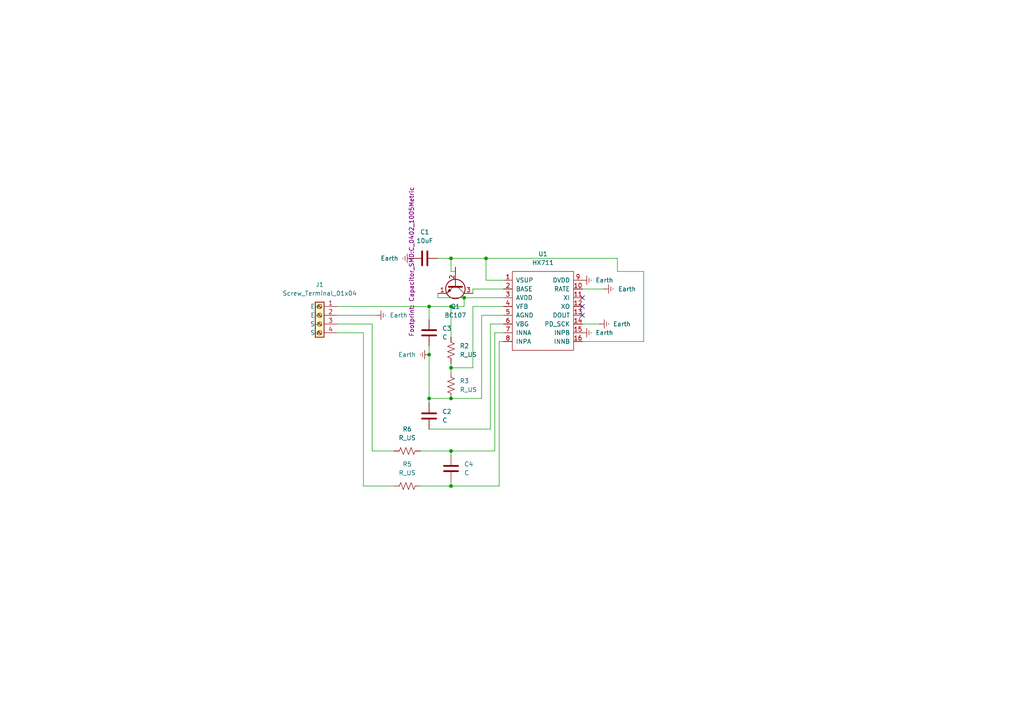
<source format=kicad_sch>
(kicad_sch
	(version 20231120)
	(generator "eeschema")
	(generator_version "8.0")
	(uuid "b4507c38-8f43-4e8d-8cae-083cef21e33f")
	(paper "A4")
	(lib_symbols
		(symbol "Device:C"
			(pin_numbers hide)
			(pin_names
				(offset 0.254)
			)
			(exclude_from_sim no)
			(in_bom yes)
			(on_board yes)
			(property "Reference" "C"
				(at 0.635 2.54 0)
				(effects
					(font
						(size 1.27 1.27)
					)
					(justify left)
				)
			)
			(property "Value" "C"
				(at 0.635 -2.54 0)
				(effects
					(font
						(size 1.27 1.27)
					)
					(justify left)
				)
			)
			(property "Footprint" ""
				(at 0.9652 -3.81 0)
				(effects
					(font
						(size 1.27 1.27)
					)
					(hide yes)
				)
			)
			(property "Datasheet" "~"
				(at 0 0 0)
				(effects
					(font
						(size 1.27 1.27)
					)
					(hide yes)
				)
			)
			(property "Description" "Unpolarized capacitor"
				(at 0 0 0)
				(effects
					(font
						(size 1.27 1.27)
					)
					(hide yes)
				)
			)
			(property "ki_keywords" "cap capacitor"
				(at 0 0 0)
				(effects
					(font
						(size 1.27 1.27)
					)
					(hide yes)
				)
			)
			(property "ki_fp_filters" "C_*"
				(at 0 0 0)
				(effects
					(font
						(size 1.27 1.27)
					)
					(hide yes)
				)
			)
			(symbol "C_0_1"
				(polyline
					(pts
						(xy -2.032 -0.762) (xy 2.032 -0.762)
					)
					(stroke
						(width 0.508)
						(type default)
					)
					(fill
						(type none)
					)
				)
				(polyline
					(pts
						(xy -2.032 0.762) (xy 2.032 0.762)
					)
					(stroke
						(width 0.508)
						(type default)
					)
					(fill
						(type none)
					)
				)
			)
			(symbol "C_1_1"
				(pin passive line
					(at 0 3.81 270)
					(length 2.794)
					(name "~"
						(effects
							(font
								(size 1.27 1.27)
							)
						)
					)
					(number "1"
						(effects
							(font
								(size 1.27 1.27)
							)
						)
					)
				)
				(pin passive line
					(at 0 -3.81 90)
					(length 2.794)
					(name "~"
						(effects
							(font
								(size 1.27 1.27)
							)
						)
					)
					(number "2"
						(effects
							(font
								(size 1.27 1.27)
							)
						)
					)
				)
			)
		)
		(symbol "Device:R_US"
			(pin_numbers hide)
			(pin_names
				(offset 0)
			)
			(exclude_from_sim no)
			(in_bom yes)
			(on_board yes)
			(property "Reference" "R"
				(at 2.54 0 90)
				(effects
					(font
						(size 1.27 1.27)
					)
				)
			)
			(property "Value" "R_US"
				(at -2.54 0 90)
				(effects
					(font
						(size 1.27 1.27)
					)
				)
			)
			(property "Footprint" ""
				(at 1.016 -0.254 90)
				(effects
					(font
						(size 1.27 1.27)
					)
					(hide yes)
				)
			)
			(property "Datasheet" "~"
				(at 0 0 0)
				(effects
					(font
						(size 1.27 1.27)
					)
					(hide yes)
				)
			)
			(property "Description" "Resistor, US symbol"
				(at 0 0 0)
				(effects
					(font
						(size 1.27 1.27)
					)
					(hide yes)
				)
			)
			(property "ki_keywords" "R res resistor"
				(at 0 0 0)
				(effects
					(font
						(size 1.27 1.27)
					)
					(hide yes)
				)
			)
			(property "ki_fp_filters" "R_*"
				(at 0 0 0)
				(effects
					(font
						(size 1.27 1.27)
					)
					(hide yes)
				)
			)
			(symbol "R_US_0_1"
				(polyline
					(pts
						(xy 0 -2.286) (xy 0 -2.54)
					)
					(stroke
						(width 0)
						(type default)
					)
					(fill
						(type none)
					)
				)
				(polyline
					(pts
						(xy 0 2.286) (xy 0 2.54)
					)
					(stroke
						(width 0)
						(type default)
					)
					(fill
						(type none)
					)
				)
				(polyline
					(pts
						(xy 0 -0.762) (xy 1.016 -1.143) (xy 0 -1.524) (xy -1.016 -1.905) (xy 0 -2.286)
					)
					(stroke
						(width 0)
						(type default)
					)
					(fill
						(type none)
					)
				)
				(polyline
					(pts
						(xy 0 0.762) (xy 1.016 0.381) (xy 0 0) (xy -1.016 -0.381) (xy 0 -0.762)
					)
					(stroke
						(width 0)
						(type default)
					)
					(fill
						(type none)
					)
				)
				(polyline
					(pts
						(xy 0 2.286) (xy 1.016 1.905) (xy 0 1.524) (xy -1.016 1.143) (xy 0 0.762)
					)
					(stroke
						(width 0)
						(type default)
					)
					(fill
						(type none)
					)
				)
			)
			(symbol "R_US_1_1"
				(pin passive line
					(at 0 3.81 270)
					(length 1.27)
					(name "~"
						(effects
							(font
								(size 1.27 1.27)
							)
						)
					)
					(number "1"
						(effects
							(font
								(size 1.27 1.27)
							)
						)
					)
				)
				(pin passive line
					(at 0 -3.81 90)
					(length 1.27)
					(name "~"
						(effects
							(font
								(size 1.27 1.27)
							)
						)
					)
					(number "2"
						(effects
							(font
								(size 1.27 1.27)
							)
						)
					)
				)
			)
		)
		(symbol "Screw_Terminal_01x04_1"
			(pin_names
				(offset 1.016)
			)
			(exclude_from_sim no)
			(in_bom yes)
			(on_board yes)
			(property "Reference" "J1"
				(at 0 -11.43 0)
				(effects
					(font
						(size 1.27 1.27)
					)
				)
			)
			(property "Value" "Screw_Terminal_01x04"
				(at 0 -8.89 0)
				(effects
					(font
						(size 1.27 1.27)
					)
				)
			)
			(property "Footprint" ""
				(at 0 0 0)
				(effects
					(font
						(size 1.27 1.27)
					)
					(hide yes)
				)
			)
			(property "Datasheet" "~"
				(at 0 0 0)
				(effects
					(font
						(size 1.27 1.27)
					)
					(hide yes)
				)
			)
			(property "Description" "Generic screw terminal, single row, 01x04, script generated (kicad-library-utils/schlib/autogen/connector/)"
				(at 0 0 0)
				(effects
					(font
						(size 1.27 1.27)
					)
					(hide yes)
				)
			)
			(property "ki_keywords" "screw terminal"
				(at 0 0 0)
				(effects
					(font
						(size 1.27 1.27)
					)
					(hide yes)
				)
			)
			(property "ki_fp_filters" "TerminalBlock*:*"
				(at 0 0 0)
				(effects
					(font
						(size 1.27 1.27)
					)
					(hide yes)
				)
			)
			(symbol "Screw_Terminal_01x04_1_1_1"
				(rectangle
					(start -1.27 3.81)
					(end 1.27 -6.35)
					(stroke
						(width 0.254)
						(type default)
					)
					(fill
						(type background)
					)
				)
				(circle
					(center 0 -5.08)
					(radius 0.635)
					(stroke
						(width 0.1524)
						(type default)
					)
					(fill
						(type none)
					)
				)
				(circle
					(center 0 -2.54)
					(radius 0.635)
					(stroke
						(width 0.1524)
						(type default)
					)
					(fill
						(type none)
					)
				)
				(polyline
					(pts
						(xy -0.5334 -4.7498) (xy 0.3302 -5.588)
					)
					(stroke
						(width 0.1524)
						(type default)
					)
					(fill
						(type none)
					)
				)
				(polyline
					(pts
						(xy -0.5334 -2.2098) (xy 0.3302 -3.048)
					)
					(stroke
						(width 0.1524)
						(type default)
					)
					(fill
						(type none)
					)
				)
				(polyline
					(pts
						(xy -0.5334 0.3302) (xy 0.3302 -0.508)
					)
					(stroke
						(width 0.1524)
						(type default)
					)
					(fill
						(type none)
					)
				)
				(polyline
					(pts
						(xy -0.5334 2.8702) (xy 0.3302 2.032)
					)
					(stroke
						(width 0.1524)
						(type default)
					)
					(fill
						(type none)
					)
				)
				(polyline
					(pts
						(xy -0.3556 -4.572) (xy 0.508 -5.4102)
					)
					(stroke
						(width 0.1524)
						(type default)
					)
					(fill
						(type none)
					)
				)
				(polyline
					(pts
						(xy -0.3556 -2.032) (xy 0.508 -2.8702)
					)
					(stroke
						(width 0.1524)
						(type default)
					)
					(fill
						(type none)
					)
				)
				(polyline
					(pts
						(xy -0.3556 0.508) (xy 0.508 -0.3302)
					)
					(stroke
						(width 0.1524)
						(type default)
					)
					(fill
						(type none)
					)
				)
				(polyline
					(pts
						(xy -0.3556 3.048) (xy 0.508 2.2098)
					)
					(stroke
						(width 0.1524)
						(type default)
					)
					(fill
						(type none)
					)
				)
				(circle
					(center 0 0)
					(radius 0.635)
					(stroke
						(width 0.1524)
						(type default)
					)
					(fill
						(type none)
					)
				)
				(circle
					(center 0 2.54)
					(radius 0.635)
					(stroke
						(width 0.1524)
						(type default)
					)
					(fill
						(type none)
					)
				)
				(pin passive line
					(at -5.08 -5.08 0)
					(length 3.81)
					(name "E+"
						(effects
							(font
								(size 1.27 1.27)
							)
						)
					)
					(number "1"
						(effects
							(font
								(size 1.27 1.27)
							)
						)
					)
				)
				(pin passive line
					(at -5.08 -2.54 0)
					(length 3.81)
					(name "E-"
						(effects
							(font
								(size 1.27 1.27)
							)
						)
					)
					(number "2"
						(effects
							(font
								(size 1.27 1.27)
							)
						)
					)
				)
				(pin passive line
					(at -5.08 0 0)
					(length 3.81)
					(name "S-"
						(effects
							(font
								(size 1.27 1.27)
							)
						)
					)
					(number "3"
						(effects
							(font
								(size 1.27 1.27)
							)
						)
					)
				)
				(pin passive line
					(at -5.08 2.54 0)
					(length 3.81)
					(name "S+"
						(effects
							(font
								(size 1.27 1.27)
							)
						)
					)
					(number "4"
						(effects
							(font
								(size 1.27 1.27)
							)
						)
					)
				)
			)
		)
		(symbol "Transistor_BJT:BC107"
			(pin_names
				(offset 0) hide)
			(exclude_from_sim no)
			(in_bom yes)
			(on_board yes)
			(property "Reference" "Q"
				(at 5.08 1.905 0)
				(effects
					(font
						(size 1.27 1.27)
					)
					(justify left)
				)
			)
			(property "Value" "BC107"
				(at 5.08 0 0)
				(effects
					(font
						(size 1.27 1.27)
					)
					(justify left)
				)
			)
			(property "Footprint" "Package_TO_SOT_THT:TO-18-3"
				(at 5.08 -1.905 0)
				(effects
					(font
						(size 1.27 1.27)
						(italic yes)
					)
					(justify left)
					(hide yes)
				)
			)
			(property "Datasheet" "http://www.b-kainka.de/Daten/Transistor/BC108.pdf"
				(at 0 0 0)
				(effects
					(font
						(size 1.27 1.27)
					)
					(justify left)
					(hide yes)
				)
			)
			(property "Description" "0.1A Ic, 50V Vce, Low Noise General Purpose NPN Transistor, TO-18"
				(at 0 0 0)
				(effects
					(font
						(size 1.27 1.27)
					)
					(hide yes)
				)
			)
			(property "ki_keywords" "NPN low noise transistor"
				(at 0 0 0)
				(effects
					(font
						(size 1.27 1.27)
					)
					(hide yes)
				)
			)
			(property "ki_fp_filters" "TO?18*"
				(at 0 0 0)
				(effects
					(font
						(size 1.27 1.27)
					)
					(hide yes)
				)
			)
			(symbol "BC107_0_1"
				(polyline
					(pts
						(xy 0.635 0.635) (xy 2.54 2.54)
					)
					(stroke
						(width 0)
						(type default)
					)
					(fill
						(type none)
					)
				)
				(polyline
					(pts
						(xy 0.635 -0.635) (xy 2.54 -2.54) (xy 2.54 -2.54)
					)
					(stroke
						(width 0)
						(type default)
					)
					(fill
						(type none)
					)
				)
				(polyline
					(pts
						(xy 0.635 1.905) (xy 0.635 -1.905) (xy 0.635 -1.905)
					)
					(stroke
						(width 0.508)
						(type default)
					)
					(fill
						(type none)
					)
				)
				(polyline
					(pts
						(xy 1.27 -1.778) (xy 1.778 -1.27) (xy 2.286 -2.286) (xy 1.27 -1.778) (xy 1.27 -1.778)
					)
					(stroke
						(width 0)
						(type default)
					)
					(fill
						(type outline)
					)
				)
				(circle
					(center 1.27 0)
					(radius 2.8194)
					(stroke
						(width 0.254)
						(type default)
					)
					(fill
						(type none)
					)
				)
			)
			(symbol "BC107_1_1"
				(pin passive line
					(at 2.54 -5.08 90)
					(length 2.54)
					(name "E"
						(effects
							(font
								(size 1.27 1.27)
							)
						)
					)
					(number "1"
						(effects
							(font
								(size 1.27 1.27)
							)
						)
					)
				)
				(pin input line
					(at -5.08 0 0)
					(length 5.715)
					(name "B"
						(effects
							(font
								(size 1.27 1.27)
							)
						)
					)
					(number "2"
						(effects
							(font
								(size 1.27 1.27)
							)
						)
					)
				)
				(pin passive line
					(at 2.54 5.08 270)
					(length 2.54)
					(name "C"
						(effects
							(font
								(size 1.27 1.27)
							)
						)
					)
					(number "3"
						(effects
							(font
								(size 1.27 1.27)
							)
						)
					)
				)
			)
		)
		(symbol "power:Earth"
			(power)
			(pin_numbers hide)
			(pin_names
				(offset 0) hide)
			(exclude_from_sim no)
			(in_bom yes)
			(on_board yes)
			(property "Reference" "#PWR"
				(at 0 -6.35 0)
				(effects
					(font
						(size 1.27 1.27)
					)
					(hide yes)
				)
			)
			(property "Value" "Earth"
				(at 0 -3.81 0)
				(effects
					(font
						(size 1.27 1.27)
					)
				)
			)
			(property "Footprint" ""
				(at 0 0 0)
				(effects
					(font
						(size 1.27 1.27)
					)
					(hide yes)
				)
			)
			(property "Datasheet" "~"
				(at 0 0 0)
				(effects
					(font
						(size 1.27 1.27)
					)
					(hide yes)
				)
			)
			(property "Description" "Power symbol creates a global label with name \"Earth\""
				(at 0 0 0)
				(effects
					(font
						(size 1.27 1.27)
					)
					(hide yes)
				)
			)
			(property "ki_keywords" "global ground gnd"
				(at 0 0 0)
				(effects
					(font
						(size 1.27 1.27)
					)
					(hide yes)
				)
			)
			(symbol "Earth_0_1"
				(polyline
					(pts
						(xy -0.635 -1.905) (xy 0.635 -1.905)
					)
					(stroke
						(width 0)
						(type default)
					)
					(fill
						(type none)
					)
				)
				(polyline
					(pts
						(xy -0.127 -2.54) (xy 0.127 -2.54)
					)
					(stroke
						(width 0)
						(type default)
					)
					(fill
						(type none)
					)
				)
				(polyline
					(pts
						(xy 0 -1.27) (xy 0 0)
					)
					(stroke
						(width 0)
						(type default)
					)
					(fill
						(type none)
					)
				)
				(polyline
					(pts
						(xy 1.27 -1.27) (xy -1.27 -1.27)
					)
					(stroke
						(width 0)
						(type default)
					)
					(fill
						(type none)
					)
				)
			)
			(symbol "Earth_1_1"
				(pin power_in line
					(at 0 0 270)
					(length 0)
					(name "~"
						(effects
							(font
								(size 1.27 1.27)
							)
						)
					)
					(number "1"
						(effects
							(font
								(size 1.27 1.27)
							)
						)
					)
				)
			)
		)
		(symbol "syam pcbb:HX711"
			(pin_names
				(offset 1.016)
			)
			(exclude_from_sim no)
			(in_bom yes)
			(on_board yes)
			(property "Reference" "U"
				(at 44.958 -3.556 0)
				(effects
					(font
						(size 1.27 1.27)
					)
				)
			)
			(property "Value" "HX711"
				(at 54.864 -3.556 0)
				(effects
					(font
						(size 1.27 1.27)
					)
				)
			)
			(property "Footprint" "Package_SO:SOP-16_4.4x10.4mm_P1.27mm"
				(at 52.07 -1.524 0)
				(effects
					(font
						(size 1.27 1.27)
					)
					(hide yes)
				)
			)
			(property "Datasheet" ""
				(at 6.35 -3.81 0)
				(effects
					(font
						(size 1.27 1.27)
					)
					(hide yes)
				)
			)
			(property "Description" ""
				(at 6.35 -3.81 0)
				(effects
					(font
						(size 1.27 1.27)
					)
					(hide yes)
				)
			)
			(symbol "HX711_0_1"
				(rectangle
					(start 43.18 -5.08)
					(end 60.96 -27.94)
					(stroke
						(width 0)
						(type default)
					)
					(fill
						(type none)
					)
				)
			)
			(symbol "HX711_1_1"
				(pin power_in line
					(at 40.64 -7.62 0)
					(length 2.54)
					(name "VSUP"
						(effects
							(font
								(size 1.27 1.27)
							)
						)
					)
					(number "1"
						(effects
							(font
								(size 1.27 1.27)
							)
						)
					)
				)
				(pin input line
					(at 63.5 -10.16 180)
					(length 2.54)
					(name "RATE"
						(effects
							(font
								(size 1.27 1.27)
							)
						)
					)
					(number "10"
						(effects
							(font
								(size 1.27 1.27)
							)
						)
					)
				)
				(pin input line
					(at 63.5 -12.7 180)
					(length 2.54)
					(name "XI"
						(effects
							(font
								(size 1.27 1.27)
							)
						)
					)
					(number "11"
						(effects
							(font
								(size 1.27 1.27)
							)
						)
					)
				)
				(pin bidirectional line
					(at 63.5 -15.24 180)
					(length 2.54)
					(name "XO"
						(effects
							(font
								(size 1.27 1.27)
							)
						)
					)
					(number "12"
						(effects
							(font
								(size 1.27 1.27)
							)
						)
					)
				)
				(pin output line
					(at 63.5 -17.78 180)
					(length 2.54)
					(name "DOUT"
						(effects
							(font
								(size 1.27 1.27)
							)
						)
					)
					(number "13"
						(effects
							(font
								(size 1.27 1.27)
							)
						)
					)
				)
				(pin input line
					(at 63.5 -20.32 180)
					(length 2.54)
					(name "PD_SCK"
						(effects
							(font
								(size 1.27 1.27)
							)
						)
					)
					(number "14"
						(effects
							(font
								(size 1.27 1.27)
							)
						)
					)
				)
				(pin input line
					(at 63.5 -22.86 180)
					(length 2.54)
					(name "INPB"
						(effects
							(font
								(size 1.27 1.27)
							)
						)
					)
					(number "15"
						(effects
							(font
								(size 1.27 1.27)
							)
						)
					)
				)
				(pin input line
					(at 63.5 -25.4 180)
					(length 2.54)
					(name "INNB"
						(effects
							(font
								(size 1.27 1.27)
							)
						)
					)
					(number "16"
						(effects
							(font
								(size 1.27 1.27)
							)
						)
					)
				)
				(pin output line
					(at 40.64 -10.16 0)
					(length 2.54)
					(name "BASE"
						(effects
							(font
								(size 1.27 1.27)
							)
						)
					)
					(number "2"
						(effects
							(font
								(size 1.27 1.27)
							)
						)
					)
				)
				(pin power_in line
					(at 40.64 -12.7 0)
					(length 2.54)
					(name "AVDD"
						(effects
							(font
								(size 1.27 1.27)
							)
						)
					)
					(number "3"
						(effects
							(font
								(size 1.27 1.27)
							)
						)
					)
				)
				(pin input line
					(at 40.64 -15.24 0)
					(length 2.54)
					(name "VFB"
						(effects
							(font
								(size 1.27 1.27)
							)
						)
					)
					(number "4"
						(effects
							(font
								(size 1.27 1.27)
							)
						)
					)
				)
				(pin output line
					(at 40.64 -17.78 0)
					(length 2.54)
					(name "AGND"
						(effects
							(font
								(size 1.27 1.27)
							)
						)
					)
					(number "5"
						(effects
							(font
								(size 1.27 1.27)
							)
						)
					)
				)
				(pin output line
					(at 40.64 -20.32 0)
					(length 2.54)
					(name "VBG"
						(effects
							(font
								(size 1.27 1.27)
							)
						)
					)
					(number "6"
						(effects
							(font
								(size 1.27 1.27)
							)
						)
					)
				)
				(pin input line
					(at 40.64 -22.86 0)
					(length 2.54)
					(name "INNA"
						(effects
							(font
								(size 1.27 1.27)
							)
						)
					)
					(number "7"
						(effects
							(font
								(size 1.27 1.27)
							)
						)
					)
				)
				(pin input line
					(at 40.64 -25.4 0)
					(length 2.54)
					(name "INPA"
						(effects
							(font
								(size 1.27 1.27)
							)
						)
					)
					(number "8"
						(effects
							(font
								(size 1.27 1.27)
							)
						)
					)
				)
				(pin power_in line
					(at 63.5 -7.62 180)
					(length 2.54)
					(name "DVDD"
						(effects
							(font
								(size 1.27 1.27)
							)
						)
					)
					(number "9"
						(effects
							(font
								(size 1.27 1.27)
							)
						)
					)
				)
			)
		)
	)
	(junction
		(at 134.62 86.36)
		(diameter 0)
		(color 0 0 0 0)
		(uuid "07ff3b3f-9339-45fa-b25f-4f34cfc58af9")
	)
	(junction
		(at 130.81 115.57)
		(diameter 0)
		(color 0 0 0 0)
		(uuid "2444a5d9-d316-4b76-9fca-d554fe86eefb")
	)
	(junction
		(at 130.81 130.81)
		(diameter 0)
		(color 0 0 0 0)
		(uuid "36a2bb27-775a-41dd-b862-86842b8e0237")
	)
	(junction
		(at 124.46 102.87)
		(diameter 0)
		(color 0 0 0 0)
		(uuid "40be9271-da00-4896-bb84-7f844041cb05")
	)
	(junction
		(at 124.46 88.9)
		(diameter 0)
		(color 0 0 0 0)
		(uuid "56603263-5cb6-4366-87d5-f8f6fa5c67be")
	)
	(junction
		(at 130.81 74.93)
		(diameter 0)
		(color 0 0 0 0)
		(uuid "79745a3b-bfde-4102-adff-f882c57e8355")
	)
	(junction
		(at 124.46 115.57)
		(diameter 0)
		(color 0 0 0 0)
		(uuid "85b07855-b62e-465a-9914-8d465c0b2a3f")
	)
	(junction
		(at 130.81 106.68)
		(diameter 0)
		(color 0 0 0 0)
		(uuid "9bbc8c3a-0155-464c-96a1-7bf5c0cda026")
	)
	(junction
		(at 130.81 140.97)
		(diameter 0)
		(color 0 0 0 0)
		(uuid "9e70a17c-b7be-42e2-b957-42510475cdcd")
	)
	(junction
		(at 140.97 74.93)
		(diameter 0)
		(color 0 0 0 0)
		(uuid "ce6e0136-4900-4be0-b0ba-3fe89ba7195c")
	)
	(junction
		(at 130.81 88.9)
		(diameter 0)
		(color 0 0 0 0)
		(uuid "f8185d71-9a4a-483d-9033-6b77f0ceba12")
	)
	(no_connect
		(at 168.91 91.44)
		(uuid "0ccd7dec-61c5-4ee8-a402-d81572e55402")
	)
	(no_connect
		(at 168.91 88.9)
		(uuid "dcc66dcc-ff01-4225-8aae-e68daa14fa6b")
	)
	(no_connect
		(at 168.91 86.36)
		(uuid "fc509510-6cb2-4105-8803-185a1d915841")
	)
	(wire
		(pts
			(xy 142.24 124.46) (xy 124.46 124.46)
		)
		(stroke
			(width 0)
			(type default)
		)
		(uuid "09bc7e09-f139-4b9a-98f3-1463641dabbf")
	)
	(wire
		(pts
			(xy 146.05 91.44) (xy 139.7 91.44)
		)
		(stroke
			(width 0)
			(type default)
		)
		(uuid "0c033ada-ceca-46ac-8acb-2a044cfa8a9a")
	)
	(wire
		(pts
			(xy 173.99 93.98) (xy 168.91 93.98)
		)
		(stroke
			(width 0)
			(type default)
		)
		(uuid "0c395ad4-29c8-47f2-b002-ec55d70b5e04")
	)
	(wire
		(pts
			(xy 140.97 74.93) (xy 179.07 74.93)
		)
		(stroke
			(width 0)
			(type default)
		)
		(uuid "10081360-b1c9-4b6e-b787-4a60f1978a19")
	)
	(wire
		(pts
			(xy 137.16 106.68) (xy 130.81 106.68)
		)
		(stroke
			(width 0)
			(type default)
		)
		(uuid "1151db0c-3080-497c-ba88-a2f4445e48f7")
	)
	(wire
		(pts
			(xy 130.81 140.97) (xy 144.78 140.97)
		)
		(stroke
			(width 0)
			(type default)
		)
		(uuid "1c5df0c6-d097-4885-b1c5-7ef288645ead")
	)
	(wire
		(pts
			(xy 107.95 93.98) (xy 97.79 93.98)
		)
		(stroke
			(width 0)
			(type default)
		)
		(uuid "1f05669f-6966-461b-bb78-e27e25c98c6b")
	)
	(wire
		(pts
			(xy 186.69 78.74) (xy 179.07 78.74)
		)
		(stroke
			(width 0)
			(type default)
		)
		(uuid "2190e4fa-f2bc-4b42-9e71-35baf5d37d5f")
	)
	(wire
		(pts
			(xy 132.08 78.74) (xy 130.81 78.74)
		)
		(stroke
			(width 0)
			(type default)
		)
		(uuid "38aeff22-0994-4885-bf98-6eb4cbf20027")
	)
	(wire
		(pts
			(xy 139.7 91.44) (xy 139.7 115.57)
		)
		(stroke
			(width 0)
			(type default)
		)
		(uuid "3b7d4ea7-88aa-4ea6-a92b-1880bdecac3a")
	)
	(wire
		(pts
			(xy 105.41 140.97) (xy 105.41 96.52)
		)
		(stroke
			(width 0)
			(type default)
		)
		(uuid "428b18bf-a153-410f-b4d6-9753fab3af69")
	)
	(wire
		(pts
			(xy 137.16 83.82) (xy 137.16 85.09)
		)
		(stroke
			(width 0)
			(type default)
		)
		(uuid "4b376270-ee98-40be-a1ec-c038827cb296")
	)
	(wire
		(pts
			(xy 114.3 130.81) (xy 107.95 130.81)
		)
		(stroke
			(width 0)
			(type default)
		)
		(uuid "4ff98140-9e91-49e0-b8ca-c58c5a8f14d8")
	)
	(wire
		(pts
			(xy 175.26 83.82) (xy 168.91 83.82)
		)
		(stroke
			(width 0)
			(type default)
		)
		(uuid "532492b0-1722-4f9d-8249-d00d1cc4a182")
	)
	(wire
		(pts
			(xy 130.81 88.9) (xy 130.81 97.79)
		)
		(stroke
			(width 0)
			(type default)
		)
		(uuid "54dbedbc-ad3a-484a-a936-3752fbaaa5ef")
	)
	(wire
		(pts
			(xy 146.05 93.98) (xy 142.24 93.98)
		)
		(stroke
			(width 0)
			(type default)
		)
		(uuid "5976ba67-f1ac-481d-bcb7-da0b0e8d5e56")
	)
	(wire
		(pts
			(xy 121.92 130.81) (xy 130.81 130.81)
		)
		(stroke
			(width 0)
			(type default)
		)
		(uuid "5edd4b9f-1aad-4c9d-9dbf-bf4aef440a5e")
	)
	(wire
		(pts
			(xy 97.79 91.44) (xy 109.22 91.44)
		)
		(stroke
			(width 0)
			(type default)
		)
		(uuid "65127ffb-f1e7-4190-82e5-318f74ade646")
	)
	(wire
		(pts
			(xy 146.05 81.28) (xy 140.97 81.28)
		)
		(stroke
			(width 0)
			(type default)
		)
		(uuid "6769b19a-0838-4536-a216-a0dbbd82cb4a")
	)
	(wire
		(pts
			(xy 134.62 86.36) (xy 146.05 86.36)
		)
		(stroke
			(width 0)
			(type default)
		)
		(uuid "6e68c022-c22e-4751-82a7-2c4ad22f7dd1")
	)
	(wire
		(pts
			(xy 124.46 115.57) (xy 124.46 116.84)
		)
		(stroke
			(width 0)
			(type default)
		)
		(uuid "7d676065-16f3-41bf-a65c-f9b723827ada")
	)
	(wire
		(pts
			(xy 186.69 99.06) (xy 186.69 78.74)
		)
		(stroke
			(width 0)
			(type default)
		)
		(uuid "859bcff5-e9c4-435b-b08e-123c62206873")
	)
	(wire
		(pts
			(xy 114.3 140.97) (xy 105.41 140.97)
		)
		(stroke
			(width 0)
			(type default)
		)
		(uuid "8a1895ad-c3cc-4d1b-ba69-3302950915f3")
	)
	(wire
		(pts
			(xy 144.78 140.97) (xy 144.78 99.06)
		)
		(stroke
			(width 0)
			(type default)
		)
		(uuid "8a4e6939-9381-438b-8d66-900e31711d77")
	)
	(wire
		(pts
			(xy 144.78 99.06) (xy 146.05 99.06)
		)
		(stroke
			(width 0)
			(type default)
		)
		(uuid "8ebbcc84-68f7-46a8-b218-936a7b6f9fc9")
	)
	(wire
		(pts
			(xy 130.81 74.93) (xy 140.97 74.93)
		)
		(stroke
			(width 0)
			(type default)
		)
		(uuid "8ffc063b-37cc-4044-98f1-1603975dbcbc")
	)
	(wire
		(pts
			(xy 130.81 74.93) (xy 130.81 78.74)
		)
		(stroke
			(width 0)
			(type default)
		)
		(uuid "96a90552-2903-4ccd-a84f-ce13935bc987")
	)
	(wire
		(pts
			(xy 168.91 99.06) (xy 186.69 99.06)
		)
		(stroke
			(width 0)
			(type default)
		)
		(uuid "983f8768-a292-46d7-b8b8-02ed285e88c6")
	)
	(wire
		(pts
			(xy 134.62 86.36) (xy 134.62 88.9)
		)
		(stroke
			(width 0)
			(type default)
		)
		(uuid "9d01701c-8cc8-44b4-8216-ad4f857a1adc")
	)
	(wire
		(pts
			(xy 127 86.36) (xy 134.62 86.36)
		)
		(stroke
			(width 0)
			(type default)
		)
		(uuid "9d16d4f0-b879-4ecf-b589-af801c86fc84")
	)
	(wire
		(pts
			(xy 127 85.09) (xy 127 86.36)
		)
		(stroke
			(width 0)
			(type default)
		)
		(uuid "9dbb6f0e-be57-4799-8d5f-50d5e29a6bbd")
	)
	(wire
		(pts
			(xy 124.46 88.9) (xy 124.46 92.71)
		)
		(stroke
			(width 0)
			(type default)
		)
		(uuid "a91efb79-9583-4491-a1f0-bc14ecb29d0f")
	)
	(wire
		(pts
			(xy 139.7 115.57) (xy 130.81 115.57)
		)
		(stroke
			(width 0)
			(type default)
		)
		(uuid "a9d4222a-db4c-4d6a-acd8-798487b8b99e")
	)
	(wire
		(pts
			(xy 124.46 100.33) (xy 124.46 102.87)
		)
		(stroke
			(width 0)
			(type default)
		)
		(uuid "ad2a866b-480e-4b0a-a388-9a904d9d2407")
	)
	(wire
		(pts
			(xy 143.51 96.52) (xy 146.05 96.52)
		)
		(stroke
			(width 0)
			(type default)
		)
		(uuid "b03bb2a6-fe27-4175-b48b-962fe1d46fda")
	)
	(wire
		(pts
			(xy 124.46 102.87) (xy 124.46 115.57)
		)
		(stroke
			(width 0)
			(type default)
		)
		(uuid "b1fd75db-7f0b-41a4-8886-e24ba7581156")
	)
	(wire
		(pts
			(xy 130.81 106.68) (xy 130.81 107.95)
		)
		(stroke
			(width 0)
			(type default)
		)
		(uuid "b4b04fd1-d988-420c-a9d6-455b36628a9c")
	)
	(wire
		(pts
			(xy 137.16 88.9) (xy 137.16 106.68)
		)
		(stroke
			(width 0)
			(type default)
		)
		(uuid "b4e45001-3b91-4a36-a3f4-696d8a181979")
	)
	(wire
		(pts
			(xy 130.81 139.7) (xy 130.81 140.97)
		)
		(stroke
			(width 0)
			(type default)
		)
		(uuid "ba303646-2192-41f1-aeba-b0c27b00cf18")
	)
	(wire
		(pts
			(xy 140.97 74.93) (xy 140.97 81.28)
		)
		(stroke
			(width 0)
			(type default)
		)
		(uuid "bad823b9-e7eb-49bc-8707-a89416c2abc0")
	)
	(wire
		(pts
			(xy 130.81 115.57) (xy 124.46 115.57)
		)
		(stroke
			(width 0)
			(type default)
		)
		(uuid "bc97f657-19ed-4a6c-bbab-457e6fc1b2af")
	)
	(wire
		(pts
			(xy 130.81 105.41) (xy 130.81 106.68)
		)
		(stroke
			(width 0)
			(type default)
		)
		(uuid "c2349b1c-5ecb-4784-9fdf-23ee6d02e13b")
	)
	(wire
		(pts
			(xy 124.46 88.9) (xy 130.81 88.9)
		)
		(stroke
			(width 0)
			(type default)
		)
		(uuid "c4c6370e-63f7-4bc0-950c-8af787dd2b7f")
	)
	(wire
		(pts
			(xy 132.08 77.47) (xy 132.08 78.74)
		)
		(stroke
			(width 0)
			(type default)
		)
		(uuid "c4f06975-88cb-43da-908c-2a1cefb43f66")
	)
	(wire
		(pts
			(xy 107.95 130.81) (xy 107.95 93.98)
		)
		(stroke
			(width 0)
			(type default)
		)
		(uuid "cb7b7ec7-281c-4f1a-aeee-cc3431fd04f5")
	)
	(wire
		(pts
			(xy 127 74.93) (xy 130.81 74.93)
		)
		(stroke
			(width 0)
			(type default)
		)
		(uuid "cc6ba3e9-9d18-4368-b6ad-aedff8b4aa10")
	)
	(wire
		(pts
			(xy 124.46 88.9) (xy 97.79 88.9)
		)
		(stroke
			(width 0)
			(type default)
		)
		(uuid "d1c57465-f70a-40f5-bf93-b0466e1e2306")
	)
	(wire
		(pts
			(xy 121.92 140.97) (xy 130.81 140.97)
		)
		(stroke
			(width 0)
			(type default)
		)
		(uuid "d3e0aaa3-0a18-4990-8f59-a92c804122c6")
	)
	(wire
		(pts
			(xy 105.41 96.52) (xy 97.79 96.52)
		)
		(stroke
			(width 0)
			(type default)
		)
		(uuid "da847023-9dc6-48cf-8feb-c85b9f7d830f")
	)
	(wire
		(pts
			(xy 137.16 88.9) (xy 146.05 88.9)
		)
		(stroke
			(width 0)
			(type default)
		)
		(uuid "de3d3d90-69a8-4f7e-b629-8f6c9595abdb")
	)
	(wire
		(pts
			(xy 130.81 88.9) (xy 134.62 88.9)
		)
		(stroke
			(width 0)
			(type default)
		)
		(uuid "e2d1bc2f-6e39-4750-9df6-55c22e218c52")
	)
	(wire
		(pts
			(xy 179.07 74.93) (xy 179.07 78.74)
		)
		(stroke
			(width 0)
			(type default)
		)
		(uuid "e7c9ac8a-15a8-4066-83a2-76a0a666b2fc")
	)
	(wire
		(pts
			(xy 137.16 83.82) (xy 146.05 83.82)
		)
		(stroke
			(width 0)
			(type default)
		)
		(uuid "eb0f0804-cd10-486a-949e-b58bfbcaa9a8")
	)
	(wire
		(pts
			(xy 130.81 130.81) (xy 130.81 132.08)
		)
		(stroke
			(width 0)
			(type default)
		)
		(uuid "ed4b6545-7f29-4a6b-a967-a0496e9463ee")
	)
	(wire
		(pts
			(xy 130.81 130.81) (xy 143.51 130.81)
		)
		(stroke
			(width 0)
			(type default)
		)
		(uuid "ee5b61c1-ae79-4172-a834-3f2d0ea3aa5d")
	)
	(wire
		(pts
			(xy 142.24 93.98) (xy 142.24 124.46)
		)
		(stroke
			(width 0)
			(type default)
		)
		(uuid "f7b1cae3-1766-4c8e-9b86-16ef3b0ff991")
	)
	(wire
		(pts
			(xy 143.51 130.81) (xy 143.51 96.52)
		)
		(stroke
			(width 0)
			(type default)
		)
		(uuid "f8c3b17a-66b1-4d49-91e9-140ab9e2d4f5")
	)
	(symbol
		(lib_id "Device:R_US")
		(at 130.81 111.76 0)
		(unit 1)
		(exclude_from_sim no)
		(in_bom yes)
		(on_board yes)
		(dnp no)
		(fields_autoplaced yes)
		(uuid "1c81e3dd-6645-4e01-a83d-648da17e9e13")
		(property "Reference" "R3"
			(at 133.35 110.4899 0)
			(effects
				(font
					(size 1.27 1.27)
				)
				(justify left)
			)
		)
		(property "Value" "R_US"
			(at 133.35 113.0299 0)
			(effects
				(font
					(size 1.27 1.27)
				)
				(justify left)
			)
		)
		(property "Footprint" "Resistor_SMD:R_0201_0603Metric"
			(at 131.826 112.014 90)
			(effects
				(font
					(size 1.27 1.27)
				)
				(hide yes)
			)
		)
		(property "Datasheet" "~"
			(at 130.81 111.76 0)
			(effects
				(font
					(size 1.27 1.27)
				)
				(hide yes)
			)
		)
		(property "Description" "Resistor, US symbol"
			(at 130.81 111.76 0)
			(effects
				(font
					(size 1.27 1.27)
				)
				(hide yes)
			)
		)
		(pin "2"
			(uuid "40307650-f3aa-4380-99cc-7be88137818b")
		)
		(pin "1"
			(uuid "07e3811f-3f92-46f9-9bed-2931977d9be3")
		)
		(instances
			(project ""
				(path "/b4507c38-8f43-4e8d-8cae-083cef21e33f"
					(reference "R3")
					(unit 1)
				)
			)
		)
	)
	(symbol
		(lib_id "power:Earth")
		(at 109.22 91.44 90)
		(unit 1)
		(exclude_from_sim no)
		(in_bom yes)
		(on_board yes)
		(dnp no)
		(fields_autoplaced yes)
		(uuid "29beecf2-c4f0-48b2-8d52-c0c398e93403")
		(property "Reference" "#PWR05"
			(at 115.57 91.44 0)
			(effects
				(font
					(size 1.27 1.27)
				)
				(hide yes)
			)
		)
		(property "Value" "Earth"
			(at 113.03 91.4399 90)
			(effects
				(font
					(size 1.27 1.27)
				)
				(justify right)
			)
		)
		(property "Footprint" ""
			(at 109.22 91.44 0)
			(effects
				(font
					(size 1.27 1.27)
				)
				(hide yes)
			)
		)
		(property "Datasheet" "~"
			(at 109.22 91.44 0)
			(effects
				(font
					(size 1.27 1.27)
				)
				(hide yes)
			)
		)
		(property "Description" "Power symbol creates a global label with name \"Earth\""
			(at 109.22 91.44 0)
			(effects
				(font
					(size 1.27 1.27)
				)
				(hide yes)
			)
		)
		(pin "1"
			(uuid "dba0e71a-1684-4e4f-bbbe-3e8cd93d53a7")
		)
		(instances
			(project "HX_711"
				(path "/b4507c38-8f43-4e8d-8cae-083cef21e33f"
					(reference "#PWR05")
					(unit 1)
				)
			)
		)
	)
	(symbol
		(lib_id "Transistor_BJT:BC107")
		(at 132.08 82.55 270)
		(unit 1)
		(exclude_from_sim no)
		(in_bom yes)
		(on_board yes)
		(dnp no)
		(fields_autoplaced yes)
		(uuid "55867084-a798-4849-9974-19c69ac9cec3")
		(property "Reference" "Q1"
			(at 132.08 88.9 90)
			(effects
				(font
					(size 1.27 1.27)
				)
			)
		)
		(property "Value" "BC107"
			(at 132.08 91.44 90)
			(effects
				(font
					(size 1.27 1.27)
				)
			)
		)
		(property "Footprint" "Package_TO_SOT_THT:TO-18-3"
			(at 130.175 87.63 0)
			(effects
				(font
					(size 1.27 1.27)
					(italic yes)
				)
				(justify left)
				(hide yes)
			)
		)
		(property "Datasheet" "http://www.b-kainka.de/Daten/Transistor/BC108.pdf"
			(at 132.08 82.55 0)
			(effects
				(font
					(size 1.27 1.27)
				)
				(justify left)
				(hide yes)
			)
		)
		(property "Description" "0.1A Ic, 50V Vce, Low Noise General Purpose NPN Transistor, TO-18"
			(at 132.08 82.55 0)
			(effects
				(font
					(size 1.27 1.27)
				)
				(hide yes)
			)
		)
		(pin "3"
			(uuid "e1ae9593-39bf-4be9-9773-b98957954217")
		)
		(pin "1"
			(uuid "1dbb8b36-c975-4120-b92f-50ef4d001732")
		)
		(pin "2"
			(uuid "450eb4a7-b7f1-45b9-b771-3f6476bb03fb")
		)
		(instances
			(project ""
				(path "/b4507c38-8f43-4e8d-8cae-083cef21e33f"
					(reference "Q1")
					(unit 1)
				)
			)
		)
	)
	(symbol
		(lib_id "syam pcbb:HX711")
		(at 105.41 73.66 0)
		(unit 1)
		(exclude_from_sim no)
		(in_bom yes)
		(on_board yes)
		(dnp no)
		(fields_autoplaced yes)
		(uuid "650edc08-73c8-4154-920c-dcc87a71376e")
		(property "Reference" "U1"
			(at 157.48 73.66 0)
			(effects
				(font
					(size 1.27 1.27)
				)
			)
		)
		(property "Value" "HX711"
			(at 157.48 76.2 0)
			(effects
				(font
					(size 1.27 1.27)
				)
			)
		)
		(property "Footprint" "syam pcbbb:HX7111"
			(at 157.48 75.184 0)
			(effects
				(font
					(size 1.27 1.27)
				)
				(hide yes)
			)
		)
		(property "Datasheet" ""
			(at 111.76 77.47 0)
			(effects
				(font
					(size 1.27 1.27)
				)
				(hide yes)
			)
		)
		(property "Description" ""
			(at 111.76 77.47 0)
			(effects
				(font
					(size 1.27 1.27)
				)
				(hide yes)
			)
		)
		(pin "15"
			(uuid "fc102faa-a915-4cf5-bf65-6048dd7e993d")
		)
		(pin "9"
			(uuid "84368093-2dff-4ebc-b2d9-4bbf7793d64c")
		)
		(pin "10"
			(uuid "81a655e9-0d38-43e7-a759-f2af3160933c")
		)
		(pin "13"
			(uuid "cbc8ccdc-33f0-4f54-9c87-3fae26cbbf8e")
		)
		(pin "6"
			(uuid "5d6801ed-dbb7-482c-8cf2-d1065d522ef7")
		)
		(pin "3"
			(uuid "2e1eeab7-f614-48f2-a533-6f86f17aad50")
		)
		(pin "11"
			(uuid "1cd11602-5c07-4769-8344-b2c686c030c7")
		)
		(pin "14"
			(uuid "791232e2-01ff-4482-90b8-655eb446e4e7")
		)
		(pin "8"
			(uuid "f186df63-8466-45b9-b45e-6e3fb0daaac7")
		)
		(pin "7"
			(uuid "e63018b6-008a-4d72-9328-feb0d64407e1")
		)
		(pin "4"
			(uuid "51c63977-3938-43f8-9fa0-68c09748f5e1")
		)
		(pin "1"
			(uuid "5537fbb7-0c2d-40de-9232-277614a21909")
		)
		(pin "2"
			(uuid "753c964d-60de-4e03-bdcb-19b38b81e212")
		)
		(pin "5"
			(uuid "0d63b358-b49e-4af2-abbe-f0c755e2d656")
		)
		(pin "16"
			(uuid "d066c9c1-00e7-4695-ab48-4c907b082584")
		)
		(pin "12"
			(uuid "2198b176-7099-4a55-847f-cc2e5adce724")
		)
		(instances
			(project ""
				(path "/b4507c38-8f43-4e8d-8cae-083cef21e33f"
					(reference "U1")
					(unit 1)
				)
			)
		)
	)
	(symbol
		(lib_id "Device:R_US")
		(at 118.11 140.97 90)
		(unit 1)
		(exclude_from_sim no)
		(in_bom yes)
		(on_board yes)
		(dnp no)
		(fields_autoplaced yes)
		(uuid "80ee5d16-e82d-4f3f-832d-b999a2fe2037")
		(property "Reference" "R5"
			(at 118.11 134.62 90)
			(effects
				(font
					(size 1.27 1.27)
				)
			)
		)
		(property "Value" "R_US"
			(at 118.11 137.16 90)
			(effects
				(font
					(size 1.27 1.27)
				)
			)
		)
		(property "Footprint" "Resistor_SMD:R_0201_0603Metric"
			(at 118.364 139.954 90)
			(effects
				(font
					(size 1.27 1.27)
				)
				(hide yes)
			)
		)
		(property "Datasheet" "~"
			(at 118.11 140.97 0)
			(effects
				(font
					(size 1.27 1.27)
				)
				(hide yes)
			)
		)
		(property "Description" "Resistor, US symbol"
			(at 118.11 140.97 0)
			(effects
				(font
					(size 1.27 1.27)
				)
				(hide yes)
			)
		)
		(pin "2"
			(uuid "40307650-f3aa-4380-99cc-7be88137818c")
		)
		(pin "1"
			(uuid "07e3811f-3f92-46f9-9bed-2931977d9be4")
		)
		(instances
			(project ""
				(path "/b4507c38-8f43-4e8d-8cae-083cef21e33f"
					(reference "R5")
					(unit 1)
				)
			)
		)
	)
	(symbol
		(lib_id "power:Earth")
		(at 168.91 81.28 90)
		(unit 1)
		(exclude_from_sim no)
		(in_bom yes)
		(on_board yes)
		(dnp no)
		(fields_autoplaced yes)
		(uuid "836aecef-185f-4c4e-8504-ce6271692ebb")
		(property "Reference" "#PWR01"
			(at 175.26 81.28 0)
			(effects
				(font
					(size 1.27 1.27)
				)
				(hide yes)
			)
		)
		(property "Value" "Earth"
			(at 172.72 81.2799 90)
			(effects
				(font
					(size 1.27 1.27)
				)
				(justify right)
			)
		)
		(property "Footprint" ""
			(at 168.91 81.28 0)
			(effects
				(font
					(size 1.27 1.27)
				)
				(hide yes)
			)
		)
		(property "Datasheet" "~"
			(at 168.91 81.28 0)
			(effects
				(font
					(size 1.27 1.27)
				)
				(hide yes)
			)
		)
		(property "Description" "Power symbol creates a global label with name \"Earth\""
			(at 168.91 81.28 0)
			(effects
				(font
					(size 1.27 1.27)
				)
				(hide yes)
			)
		)
		(pin "1"
			(uuid "01b76de3-2a93-43c7-9442-09691f42e426")
		)
		(instances
			(project ""
				(path "/b4507c38-8f43-4e8d-8cae-083cef21e33f"
					(reference "#PWR01")
					(unit 1)
				)
			)
		)
	)
	(symbol
		(lib_id "Device:C")
		(at 124.46 120.65 0)
		(unit 1)
		(exclude_from_sim no)
		(in_bom yes)
		(on_board yes)
		(dnp no)
		(fields_autoplaced yes)
		(uuid "9c031c2b-aee0-4935-855f-e910501e14d5")
		(property "Reference" "C2"
			(at 128.27 119.3799 0)
			(effects
				(font
					(size 1.27 1.27)
				)
				(justify left)
			)
		)
		(property "Value" "C"
			(at 128.27 121.9199 0)
			(effects
				(font
					(size 1.27 1.27)
				)
				(justify left)
			)
		)
		(property "Footprint" "Capacitor_SMD:C_0201_0603Metric"
			(at 125.4252 124.46 0)
			(effects
				(font
					(size 1.27 1.27)
				)
				(hide yes)
			)
		)
		(property "Datasheet" "~"
			(at 124.46 120.65 0)
			(effects
				(font
					(size 1.27 1.27)
				)
				(hide yes)
			)
		)
		(property "Description" "Unpolarized capacitor"
			(at 124.46 120.65 0)
			(effects
				(font
					(size 1.27 1.27)
				)
				(hide yes)
			)
		)
		(pin "1"
			(uuid "205da383-b3fa-4514-837a-050941a7f41f")
		)
		(pin "2"
			(uuid "ec60043b-3d0f-4d7a-85f9-89d460863e80")
		)
		(instances
			(project ""
				(path "/b4507c38-8f43-4e8d-8cae-083cef21e33f"
					(reference "C2")
					(unit 1)
				)
			)
		)
	)
	(symbol
		(lib_id "Device:C")
		(at 130.81 135.89 0)
		(unit 1)
		(exclude_from_sim no)
		(in_bom yes)
		(on_board yes)
		(dnp no)
		(fields_autoplaced yes)
		(uuid "a5a6bdd4-aa50-46af-8c96-cb6b767e7d2a")
		(property "Reference" "C4"
			(at 134.62 134.6199 0)
			(effects
				(font
					(size 1.27 1.27)
				)
				(justify left)
			)
		)
		(property "Value" "C"
			(at 134.62 137.1599 0)
			(effects
				(font
					(size 1.27 1.27)
				)
				(justify left)
			)
		)
		(property "Footprint" "Capacitor_SMD:C_0201_0603Metric"
			(at 131.7752 139.7 0)
			(effects
				(font
					(size 1.27 1.27)
				)
				(hide yes)
			)
		)
		(property "Datasheet" "~"
			(at 130.81 135.89 0)
			(effects
				(font
					(size 1.27 1.27)
				)
				(hide yes)
			)
		)
		(property "Description" "Unpolarized capacitor"
			(at 130.81 135.89 0)
			(effects
				(font
					(size 1.27 1.27)
				)
				(hide yes)
			)
		)
		(pin "1"
			(uuid "205da383-b3fa-4514-837a-050941a7f420")
		)
		(pin "2"
			(uuid "ec60043b-3d0f-4d7a-85f9-89d460863e81")
		)
		(instances
			(project ""
				(path "/b4507c38-8f43-4e8d-8cae-083cef21e33f"
					(reference "C4")
					(unit 1)
				)
			)
		)
	)
	(symbol
		(lib_name "Screw_Terminal_01x04_1")
		(lib_id "Connector:Screw_Terminal_01x04")
		(at 92.71 93.98 180)
		(unit 1)
		(exclude_from_sim no)
		(in_bom yes)
		(on_board yes)
		(dnp no)
		(fields_autoplaced yes)
		(uuid "a8fb3800-aefc-44f3-83dc-c454b4b72789")
		(property "Reference" "J1"
			(at 92.71 82.55 0)
			(effects
				(font
					(size 1.27 1.27)
				)
			)
		)
		(property "Value" "Screw_Terminal_01x04"
			(at 92.71 85.09 0)
			(effects
				(font
					(size 1.27 1.27)
				)
			)
		)
		(property "Footprint" "TerminalBlock:TerminalBlock_Xinya_XY308-2.54-4P_1x04_P2.54mm_Horizontal"
			(at 92.71 93.98 0)
			(effects
				(font
					(size 1.27 1.27)
				)
				(hide yes)
			)
		)
		(property "Datasheet" "~"
			(at 92.71 93.98 0)
			(effects
				(font
					(size 1.27 1.27)
				)
				(hide yes)
			)
		)
		(property "Description" "Generic screw terminal, single row, 01x04, script generated (kicad-library-utils/schlib/autogen/connector/)"
			(at 92.71 93.98 0)
			(effects
				(font
					(size 1.27 1.27)
				)
				(hide yes)
			)
		)
		(pin "2"
			(uuid "1141a570-42d3-4033-b7db-c56c7a512769")
		)
		(pin "3"
			(uuid "7d541490-fd8b-458b-945d-4e757700c855")
		)
		(pin "4"
			(uuid "17820f16-f8da-4555-8318-c6ecd6a92073")
		)
		(pin "1"
			(uuid "7ec963e4-2107-4101-bbb8-f9965d692cc8")
		)
		(instances
			(project ""
				(path "/b4507c38-8f43-4e8d-8cae-083cef21e33f"
					(reference "J1")
					(unit 1)
				)
			)
		)
	)
	(symbol
		(lib_id "power:Earth")
		(at 124.46 102.87 270)
		(unit 1)
		(exclude_from_sim no)
		(in_bom yes)
		(on_board yes)
		(dnp no)
		(fields_autoplaced yes)
		(uuid "ac3d5b0f-8637-4a58-ba7f-25498a2ebbf2")
		(property "Reference" "#PWR07"
			(at 118.11 102.87 0)
			(effects
				(font
					(size 1.27 1.27)
				)
				(hide yes)
			)
		)
		(property "Value" "Earth"
			(at 120.65 102.8699 90)
			(effects
				(font
					(size 1.27 1.27)
				)
				(justify right)
			)
		)
		(property "Footprint" ""
			(at 124.46 102.87 0)
			(effects
				(font
					(size 1.27 1.27)
				)
				(hide yes)
			)
		)
		(property "Datasheet" "~"
			(at 124.46 102.87 0)
			(effects
				(font
					(size 1.27 1.27)
				)
				(hide yes)
			)
		)
		(property "Description" "Power symbol creates a global label with name \"Earth\""
			(at 124.46 102.87 0)
			(effects
				(font
					(size 1.27 1.27)
				)
				(hide yes)
			)
		)
		(pin "1"
			(uuid "620f9ef0-54af-490f-bf32-fd5fa386f145")
		)
		(instances
			(project "HX_711"
				(path "/b4507c38-8f43-4e8d-8cae-083cef21e33f"
					(reference "#PWR07")
					(unit 1)
				)
			)
		)
	)
	(symbol
		(lib_id "power:Earth")
		(at 119.38 74.93 270)
		(unit 1)
		(exclude_from_sim no)
		(in_bom yes)
		(on_board yes)
		(dnp no)
		(fields_autoplaced yes)
		(uuid "b442b7b5-380d-4fcb-a127-12baa81707ca")
		(property "Reference" "#PWR02"
			(at 113.03 74.93 0)
			(effects
				(font
					(size 1.27 1.27)
				)
				(hide yes)
			)
		)
		(property "Value" "Earth"
			(at 115.57 74.9299 90)
			(effects
				(font
					(size 1.27 1.27)
				)
				(justify right)
			)
		)
		(property "Footprint" ""
			(at 119.38 74.93 0)
			(effects
				(font
					(size 1.27 1.27)
				)
				(hide yes)
			)
		)
		(property "Datasheet" "~"
			(at 119.38 74.93 0)
			(effects
				(font
					(size 1.27 1.27)
				)
				(hide yes)
			)
		)
		(property "Description" "Power symbol creates a global label with name \"Earth\""
			(at 119.38 74.93 0)
			(effects
				(font
					(size 1.27 1.27)
				)
				(hide yes)
			)
		)
		(pin "1"
			(uuid "01b76de3-2a93-43c7-9442-09691f42e427")
		)
		(instances
			(project ""
				(path "/b4507c38-8f43-4e8d-8cae-083cef21e33f"
					(reference "#PWR02")
					(unit 1)
				)
			)
		)
	)
	(symbol
		(lib_id "power:Earth")
		(at 173.99 93.98 90)
		(unit 1)
		(exclude_from_sim no)
		(in_bom yes)
		(on_board yes)
		(dnp no)
		(fields_autoplaced yes)
		(uuid "bab6612e-bcdb-48f2-bc6c-4349d927f87d")
		(property "Reference" "#PWR06"
			(at 180.34 93.98 0)
			(effects
				(font
					(size 1.27 1.27)
				)
				(hide yes)
			)
		)
		(property "Value" "Earth"
			(at 177.8 93.9799 90)
			(effects
				(font
					(size 1.27 1.27)
				)
				(justify right)
			)
		)
		(property "Footprint" ""
			(at 173.99 93.98 0)
			(effects
				(font
					(size 1.27 1.27)
				)
				(hide yes)
			)
		)
		(property "Datasheet" "~"
			(at 173.99 93.98 0)
			(effects
				(font
					(size 1.27 1.27)
				)
				(hide yes)
			)
		)
		(property "Description" "Power symbol creates a global label with name \"Earth\""
			(at 173.99 93.98 0)
			(effects
				(font
					(size 1.27 1.27)
				)
				(hide yes)
			)
		)
		(pin "1"
			(uuid "35314369-cb06-4c1c-b991-e418ad61c433")
		)
		(instances
			(project "HX_711"
				(path "/b4507c38-8f43-4e8d-8cae-083cef21e33f"
					(reference "#PWR06")
					(unit 1)
				)
			)
		)
	)
	(symbol
		(lib_id "Device:C")
		(at 124.46 96.52 0)
		(unit 1)
		(exclude_from_sim no)
		(in_bom yes)
		(on_board yes)
		(dnp no)
		(fields_autoplaced yes)
		(uuid "bbd2911e-0b0e-485e-b018-88ade244220b")
		(property "Reference" "C3"
			(at 128.27 95.2499 0)
			(effects
				(font
					(size 1.27 1.27)
				)
				(justify left)
			)
		)
		(property "Value" "C"
			(at 128.27 97.7899 0)
			(effects
				(font
					(size 1.27 1.27)
				)
				(justify left)
			)
		)
		(property "Footprint" "Capacitor_SMD:C_0201_0603Metric"
			(at 125.4252 100.33 0)
			(effects
				(font
					(size 1.27 1.27)
				)
				(hide yes)
			)
		)
		(property "Datasheet" "~"
			(at 124.46 96.52 0)
			(effects
				(font
					(size 1.27 1.27)
				)
				(hide yes)
			)
		)
		(property "Description" "Unpolarized capacitor"
			(at 124.46 96.52 0)
			(effects
				(font
					(size 1.27 1.27)
				)
				(hide yes)
			)
		)
		(pin "1"
			(uuid "205da383-b3fa-4514-837a-050941a7f421")
		)
		(pin "2"
			(uuid "ec60043b-3d0f-4d7a-85f9-89d460863e82")
		)
		(instances
			(project ""
				(path "/b4507c38-8f43-4e8d-8cae-083cef21e33f"
					(reference "C3")
					(unit 1)
				)
			)
		)
	)
	(symbol
		(lib_id "Device:R_US")
		(at 118.11 130.81 90)
		(unit 1)
		(exclude_from_sim no)
		(in_bom yes)
		(on_board yes)
		(dnp no)
		(fields_autoplaced yes)
		(uuid "c88ef041-9009-4823-8ec5-c5f681699457")
		(property "Reference" "R6"
			(at 118.11 124.46 90)
			(effects
				(font
					(size 1.27 1.27)
				)
			)
		)
		(property "Value" "R_US"
			(at 118.11 127 90)
			(effects
				(font
					(size 1.27 1.27)
				)
			)
		)
		(property "Footprint" "Resistor_SMD:R_0201_0603Metric"
			(at 118.364 129.794 90)
			(effects
				(font
					(size 1.27 1.27)
				)
				(hide yes)
			)
		)
		(property "Datasheet" "~"
			(at 118.11 130.81 0)
			(effects
				(font
					(size 1.27 1.27)
				)
				(hide yes)
			)
		)
		(property "Description" "Resistor, US symbol"
			(at 118.11 130.81 0)
			(effects
				(font
					(size 1.27 1.27)
				)
				(hide yes)
			)
		)
		(pin "2"
			(uuid "40307650-f3aa-4380-99cc-7be88137818d")
		)
		(pin "1"
			(uuid "07e3811f-3f92-46f9-9bed-2931977d9be5")
		)
		(instances
			(project ""
				(path "/b4507c38-8f43-4e8d-8cae-083cef21e33f"
					(reference "R6")
					(unit 1)
				)
			)
		)
	)
	(symbol
		(lib_id "power:Earth")
		(at 168.91 96.52 90)
		(unit 1)
		(exclude_from_sim no)
		(in_bom yes)
		(on_board yes)
		(dnp no)
		(fields_autoplaced yes)
		(uuid "de7ceef6-c032-44c2-81db-308e969143b8")
		(property "Reference" "#PWR03"
			(at 175.26 96.52 0)
			(effects
				(font
					(size 1.27 1.27)
				)
				(hide yes)
			)
		)
		(property "Value" "Earth"
			(at 172.72 96.5199 90)
			(effects
				(font
					(size 1.27 1.27)
				)
				(justify right)
			)
		)
		(property "Footprint" ""
			(at 168.91 96.52 0)
			(effects
				(font
					(size 1.27 1.27)
				)
				(hide yes)
			)
		)
		(property "Datasheet" "~"
			(at 168.91 96.52 0)
			(effects
				(font
					(size 1.27 1.27)
				)
				(hide yes)
			)
		)
		(property "Description" "Power symbol creates a global label with name \"Earth\""
			(at 168.91 96.52 0)
			(effects
				(font
					(size 1.27 1.27)
				)
				(hide yes)
			)
		)
		(pin "1"
			(uuid "01b76de3-2a93-43c7-9442-09691f42e428")
		)
		(instances
			(project ""
				(path "/b4507c38-8f43-4e8d-8cae-083cef21e33f"
					(reference "#PWR03")
					(unit 1)
				)
			)
		)
	)
	(symbol
		(lib_id "Device:C")
		(at 123.19 74.93 270)
		(unit 1)
		(exclude_from_sim no)
		(in_bom yes)
		(on_board yes)
		(dnp no)
		(fields_autoplaced yes)
		(uuid "df1a1320-d2a2-4bd3-aebb-9138d8a15c0b")
		(property "Reference" "C1"
			(at 123.19 67.31 90)
			(effects
				(font
					(size 1.27 1.27)
				)
			)
		)
		(property "Value" "10uF"
			(at 123.19 69.85 90)
			(effects
				(font
					(size 1.27 1.27)
				)
			)
		)
		(property "Footprint" "Capacitor_SMD:C_0402_1005Metric"
			(at 119.38 75.8952 0)
			(show_name yes)
			(effects
				(font
					(size 1.27 1.27)
				)
			)
		)
		(property "Datasheet" "~"
			(at 123.19 74.93 0)
			(effects
				(font
					(size 1.27 1.27)
				)
				(hide yes)
			)
		)
		(property "Description" "Unpolarized capacitor"
			(at 123.19 74.93 0)
			(effects
				(font
					(size 1.27 1.27)
				)
				(hide yes)
			)
		)
		(pin "1"
			(uuid "205da383-b3fa-4514-837a-050941a7f422")
		)
		(pin "2"
			(uuid "ec60043b-3d0f-4d7a-85f9-89d460863e83")
		)
		(instances
			(project ""
				(path "/b4507c38-8f43-4e8d-8cae-083cef21e33f"
					(reference "C1")
					(unit 1)
				)
			)
		)
	)
	(symbol
		(lib_id "Device:R_US")
		(at 130.81 101.6 0)
		(unit 1)
		(exclude_from_sim no)
		(in_bom yes)
		(on_board yes)
		(dnp no)
		(fields_autoplaced yes)
		(uuid "f6e7251c-2503-438c-92a7-b9f48967bf27")
		(property "Reference" "R2"
			(at 133.35 100.3299 0)
			(effects
				(font
					(size 1.27 1.27)
				)
				(justify left)
			)
		)
		(property "Value" "R_US"
			(at 133.35 102.8699 0)
			(effects
				(font
					(size 1.27 1.27)
				)
				(justify left)
			)
		)
		(property "Footprint" "Resistor_SMD:R_0201_0603Metric"
			(at 131.826 101.854 90)
			(effects
				(font
					(size 1.27 1.27)
				)
				(hide yes)
			)
		)
		(property "Datasheet" "~"
			(at 130.81 101.6 0)
			(effects
				(font
					(size 1.27 1.27)
				)
				(hide yes)
			)
		)
		(property "Description" "Resistor, US symbol"
			(at 130.81 101.6 0)
			(effects
				(font
					(size 1.27 1.27)
				)
				(hide yes)
			)
		)
		(pin "2"
			(uuid "5eb06630-8df7-44ee-a5e5-ed584eb3e0c9")
		)
		(pin "1"
			(uuid "9b443c88-e926-48c0-b726-7905dba8c5ef")
		)
		(instances
			(project ""
				(path "/b4507c38-8f43-4e8d-8cae-083cef21e33f"
					(reference "R2")
					(unit 1)
				)
			)
		)
	)
	(symbol
		(lib_id "power:Earth")
		(at 175.26 83.82 90)
		(unit 1)
		(exclude_from_sim no)
		(in_bom yes)
		(on_board yes)
		(dnp no)
		(fields_autoplaced yes)
		(uuid "fb006f32-a43d-4b51-bc3d-935fc50aaac7")
		(property "Reference" "#PWR04"
			(at 181.61 83.82 0)
			(effects
				(font
					(size 1.27 1.27)
				)
				(hide yes)
			)
		)
		(property "Value" "Earth"
			(at 179.287 83.8199 90)
			(effects
				(font
					(size 1.27 1.27)
				)
				(justify right)
			)
		)
		(property "Footprint" ""
			(at 175.26 83.82 0)
			(effects
				(font
					(size 1.27 1.27)
				)
				(hide yes)
			)
		)
		(property "Datasheet" "~"
			(at 175.26 83.82 0)
			(effects
				(font
					(size 1.27 1.27)
				)
				(hide yes)
			)
		)
		(property "Description" "Power symbol creates a global label with name \"Earth\""
			(at 175.26 83.82 0)
			(effects
				(font
					(size 1.27 1.27)
				)
				(hide yes)
			)
		)
		(pin "1"
			(uuid "3f14d2b6-fb3e-4d31-b82b-0a528330ebe1")
		)
		(instances
			(project "HX_711"
				(path "/b4507c38-8f43-4e8d-8cae-083cef21e33f"
					(reference "#PWR04")
					(unit 1)
				)
			)
		)
	)
	(sheet_instances
		(path "/"
			(page "1")
		)
	)
)

</source>
